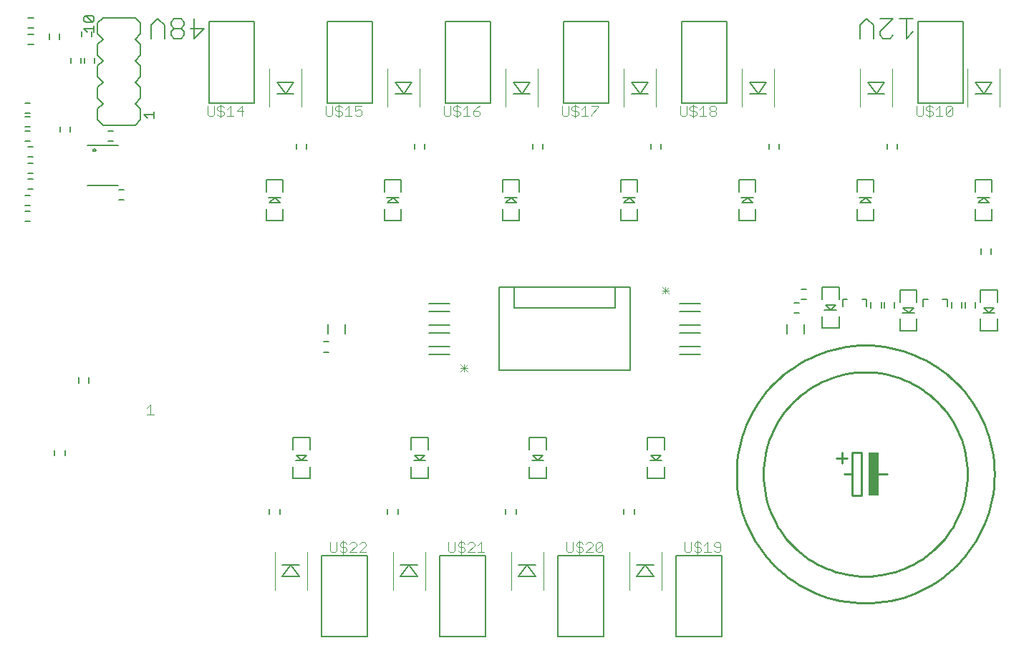
<source format=gto>
G75*
G70*
%OFA0B0*%
%FSLAX24Y24*%
%IPPOS*%
%LPD*%
%AMOC8*
5,1,8,0,0,1.08239X$1,22.5*
%
%ADD10C,0.0080*%
%ADD11C,0.0060*%
%ADD12C,0.0040*%
%ADD13C,0.0030*%
%ADD14C,0.0100*%
%ADD15R,0.0500X0.2000*%
%ADD16C,0.0050*%
D10*
X015036Y003677D02*
X015824Y003677D01*
X015430Y004217D01*
X015036Y003677D01*
X015036Y004217D02*
X015824Y004217D01*
X016867Y004649D02*
X016867Y000869D01*
X018993Y000869D01*
X018993Y004649D01*
X016867Y004649D01*
X020536Y004217D02*
X021324Y004217D01*
X020930Y004217D02*
X021324Y003677D01*
X020536Y003677D01*
X020930Y004217D01*
X022367Y004649D02*
X022367Y000869D01*
X024493Y000869D01*
X024493Y004649D01*
X022367Y004649D01*
X026036Y004217D02*
X026824Y004217D01*
X026430Y004217D02*
X026824Y003677D01*
X026036Y003677D01*
X026430Y004217D01*
X027867Y004649D02*
X027867Y000869D01*
X029993Y000869D01*
X029993Y004649D01*
X027867Y004649D01*
X031536Y004217D02*
X032324Y004217D01*
X031930Y004217D02*
X031536Y003677D01*
X032324Y003677D01*
X031930Y004217D01*
X033367Y004649D02*
X033367Y000869D01*
X035493Y000869D01*
X035493Y004649D01*
X033367Y004649D01*
X032824Y008235D02*
X032036Y008235D01*
X032036Y008786D01*
X032154Y009062D02*
X032430Y009062D01*
X032194Y009298D01*
X032666Y009298D01*
X032430Y009062D01*
X032706Y009062D01*
X032824Y008786D02*
X032824Y008235D01*
X032824Y009574D02*
X032824Y010125D01*
X032036Y010125D01*
X032036Y009574D01*
X027324Y009574D02*
X027324Y010125D01*
X026536Y010125D01*
X026536Y009574D01*
X026694Y009298D02*
X026930Y009062D01*
X027166Y009298D01*
X026694Y009298D01*
X026654Y009062D02*
X026930Y009062D01*
X027206Y009062D01*
X027324Y008786D02*
X027324Y008235D01*
X026536Y008235D01*
X026536Y008786D01*
X021824Y008786D02*
X021824Y008235D01*
X021036Y008235D01*
X021036Y008786D01*
X021154Y009062D02*
X021430Y009062D01*
X021194Y009298D01*
X021666Y009298D01*
X021430Y009062D01*
X021706Y009062D01*
X021824Y009574D02*
X021824Y010125D01*
X021036Y010125D01*
X021036Y009574D01*
X016324Y009574D02*
X016324Y010125D01*
X015536Y010125D01*
X015536Y009574D01*
X015694Y009298D02*
X015930Y009062D01*
X016166Y009298D01*
X015694Y009298D01*
X015654Y009062D02*
X015930Y009062D01*
X016206Y009062D01*
X016324Y008786D02*
X016324Y008235D01*
X015536Y008235D01*
X015536Y008786D01*
X025131Y013280D02*
X031239Y013280D01*
X031239Y017129D01*
X030530Y017129D01*
X030530Y016174D01*
X025839Y016174D01*
X025839Y017129D01*
X025131Y017129D01*
X025131Y013280D01*
X025839Y017129D02*
X030530Y017129D01*
X030786Y020235D02*
X031574Y020235D01*
X031574Y020786D01*
X031416Y021062D02*
X031180Y021298D01*
X030944Y021062D01*
X031416Y021062D01*
X031456Y021298D02*
X031180Y021298D01*
X030904Y021298D01*
X030786Y021574D02*
X030786Y022125D01*
X031574Y022125D01*
X031574Y021574D01*
X030786Y020786D02*
X030786Y020235D01*
X026074Y020235D02*
X026074Y020786D01*
X025916Y021062D02*
X025444Y021062D01*
X025680Y021298D01*
X025916Y021062D01*
X025956Y021298D02*
X025680Y021298D01*
X025404Y021298D01*
X025286Y021574D02*
X025286Y022125D01*
X026074Y022125D01*
X026074Y021574D01*
X025286Y020786D02*
X025286Y020235D01*
X026074Y020235D01*
X020574Y020235D02*
X020574Y020786D01*
X020416Y021062D02*
X019944Y021062D01*
X020180Y021298D01*
X020416Y021062D01*
X020456Y021298D02*
X020180Y021298D01*
X019904Y021298D01*
X019786Y021574D02*
X019786Y022125D01*
X020574Y022125D01*
X020574Y021574D01*
X019786Y020786D02*
X019786Y020235D01*
X020574Y020235D01*
X015074Y020235D02*
X015074Y020786D01*
X014916Y021062D02*
X014444Y021062D01*
X014680Y021298D01*
X014916Y021062D01*
X014956Y021298D02*
X014680Y021298D01*
X014404Y021298D01*
X014286Y021574D02*
X014286Y022125D01*
X015074Y022125D01*
X015074Y021574D01*
X014286Y020786D02*
X014286Y020235D01*
X015074Y020235D01*
X017161Y015397D02*
X017161Y014963D01*
X017949Y014963D02*
X017949Y015397D01*
X006233Y023515D02*
X006235Y023530D01*
X006241Y023543D01*
X006250Y023555D01*
X006261Y023564D01*
X006275Y023570D01*
X006290Y023572D01*
X006305Y023570D01*
X006318Y023564D01*
X006330Y023555D01*
X006339Y023544D01*
X006345Y023530D01*
X006347Y023515D01*
X006345Y023500D01*
X006339Y023487D01*
X006330Y023475D01*
X006319Y023466D01*
X006305Y023460D01*
X006290Y023458D01*
X006275Y023460D01*
X006262Y023466D01*
X006250Y023475D01*
X006241Y023486D01*
X006235Y023500D01*
X006233Y023515D01*
X011617Y025711D02*
X013743Y025711D01*
X013743Y029491D01*
X011617Y029491D01*
X011617Y025711D01*
X014786Y026143D02*
X015574Y026143D01*
X015180Y026143D02*
X014786Y026683D01*
X015574Y026683D01*
X015180Y026143D01*
X017117Y025711D02*
X019243Y025711D01*
X019243Y029491D01*
X017117Y029491D01*
X017117Y025711D01*
X020286Y026143D02*
X021074Y026143D01*
X020680Y026143D02*
X021074Y026683D01*
X020286Y026683D01*
X020680Y026143D01*
X022617Y025711D02*
X024743Y025711D01*
X024743Y029491D01*
X022617Y029491D01*
X022617Y025711D01*
X025786Y026143D02*
X026574Y026143D01*
X026180Y026143D02*
X026574Y026683D01*
X025786Y026683D01*
X026180Y026143D01*
X028117Y025711D02*
X030243Y025711D01*
X030243Y029491D01*
X028117Y029491D01*
X028117Y025711D01*
X031286Y026143D02*
X032074Y026143D01*
X031680Y026143D02*
X032074Y026683D01*
X031286Y026683D01*
X031680Y026143D01*
X033617Y025711D02*
X035743Y025711D01*
X035743Y029491D01*
X033617Y029491D01*
X033617Y025711D01*
X036786Y026143D02*
X037574Y026143D01*
X037180Y026143D02*
X037574Y026683D01*
X036786Y026683D01*
X037180Y026143D01*
X042286Y026143D02*
X043074Y026143D01*
X042680Y026143D02*
X043074Y026683D01*
X042286Y026683D01*
X042680Y026143D01*
X044617Y025711D02*
X046743Y025711D01*
X046743Y029491D01*
X044617Y029491D01*
X044617Y025711D01*
X047286Y026143D02*
X048074Y026143D01*
X047680Y026143D02*
X047286Y026683D01*
X048074Y026683D01*
X047680Y026143D01*
X044390Y029026D02*
X044083Y028719D01*
X044083Y029640D01*
X044390Y029640D02*
X043776Y029640D01*
X043469Y029640D02*
X042855Y029026D01*
X042855Y028873D01*
X043009Y028719D01*
X043316Y028719D01*
X043469Y028873D01*
X043469Y029640D02*
X042855Y029640D01*
X042548Y029333D02*
X042241Y029640D01*
X041935Y029333D01*
X041935Y028719D01*
X042548Y028719D02*
X042548Y029333D01*
X042574Y022125D02*
X041786Y022125D01*
X041786Y021574D01*
X041904Y021298D02*
X042180Y021298D01*
X042416Y021062D01*
X041944Y021062D01*
X042180Y021298D01*
X042456Y021298D01*
X042574Y021574D02*
X042574Y022125D01*
X042574Y020786D02*
X042574Y020235D01*
X041786Y020235D01*
X041786Y020786D01*
X037074Y020786D02*
X037074Y020235D01*
X036286Y020235D01*
X036286Y020786D01*
X036444Y021062D02*
X036916Y021062D01*
X036680Y021298D01*
X036444Y021062D01*
X036404Y021298D02*
X036680Y021298D01*
X036956Y021298D01*
X037074Y021574D02*
X037074Y022125D01*
X036286Y022125D01*
X036286Y021574D01*
X040161Y017125D02*
X040161Y016574D01*
X040319Y016298D02*
X040555Y016062D01*
X040791Y016298D01*
X040319Y016298D01*
X040279Y016062D02*
X040555Y016062D01*
X040831Y016062D01*
X040949Y015786D02*
X040949Y015235D01*
X040161Y015235D01*
X040161Y015786D01*
X039324Y015397D02*
X039324Y014963D01*
X038536Y014963D02*
X038536Y015397D01*
X040949Y016574D02*
X040949Y017125D01*
X040161Y017125D01*
X043786Y017000D02*
X043786Y016449D01*
X043944Y016173D02*
X044180Y015937D01*
X044416Y016173D01*
X043944Y016173D01*
X043904Y015937D02*
X044180Y015937D01*
X044456Y015937D01*
X044574Y015661D02*
X044574Y015110D01*
X043786Y015110D01*
X043786Y015661D01*
X044574Y016449D02*
X044574Y017000D01*
X043786Y017000D01*
X047536Y017000D02*
X047536Y016449D01*
X047694Y016173D02*
X047930Y015937D01*
X048166Y016173D01*
X047694Y016173D01*
X047654Y015937D02*
X047930Y015937D01*
X048206Y015937D01*
X048324Y015661D02*
X048324Y015110D01*
X047536Y015110D01*
X047536Y015661D01*
X048324Y016449D02*
X048324Y017000D01*
X047536Y017000D01*
X047286Y020235D02*
X048074Y020235D01*
X048074Y020786D01*
X047916Y021062D02*
X047444Y021062D01*
X047680Y021298D01*
X047916Y021062D01*
X047956Y021298D02*
X047680Y021298D01*
X047404Y021298D01*
X047286Y021574D02*
X047286Y022125D01*
X048074Y022125D01*
X048074Y021574D01*
X047286Y020786D02*
X047286Y020235D01*
X011390Y029180D02*
X010776Y029180D01*
X010469Y029333D02*
X010316Y029180D01*
X010009Y029180D01*
X009855Y029333D01*
X009855Y029487D01*
X010009Y029640D01*
X010316Y029640D01*
X010469Y029487D01*
X010469Y029333D01*
X010316Y029180D02*
X010469Y029026D01*
X010469Y028873D01*
X010316Y028719D01*
X010009Y028719D01*
X009855Y028873D01*
X009855Y029026D01*
X010009Y029180D01*
X009548Y029333D02*
X009241Y029640D01*
X008935Y029333D01*
X008935Y028719D01*
X009548Y028719D02*
X009548Y029333D01*
X010930Y029640D02*
X010930Y028719D01*
X011390Y029180D01*
D11*
X008430Y028930D02*
X008180Y028680D01*
X008430Y028430D01*
X008430Y027930D01*
X008180Y027680D01*
X008430Y027430D01*
X008430Y026930D01*
X008180Y026680D01*
X008430Y026430D01*
X008430Y025930D01*
X008180Y025680D01*
X008430Y025430D01*
X008430Y024930D01*
X008180Y024680D01*
X006680Y024680D01*
X006430Y024930D01*
X006430Y025430D01*
X006680Y025680D01*
X006430Y025930D01*
X006430Y026430D01*
X006680Y026680D01*
X006430Y026930D01*
X006430Y027430D01*
X006680Y027680D01*
X006430Y027930D01*
X006430Y028430D01*
X006680Y028680D01*
X006430Y028930D01*
X006430Y029430D01*
X006680Y029680D01*
X008180Y029680D01*
X008430Y029430D01*
X008430Y028930D01*
X006166Y029048D02*
X006166Y028812D01*
X005694Y028812D02*
X005694Y029048D01*
X004666Y028923D02*
X004666Y028687D01*
X004194Y028687D02*
X004194Y028923D01*
X003448Y028916D02*
X003212Y028916D01*
X003212Y029194D02*
X003448Y029194D01*
X003448Y029666D02*
X003212Y029666D01*
X003212Y028444D02*
X003448Y028444D01*
X005194Y027798D02*
X005194Y027562D01*
X005666Y027562D02*
X005666Y027798D01*
X005819Y027798D02*
X005819Y027562D01*
X006291Y027562D02*
X006291Y027798D01*
X003298Y025716D02*
X003062Y025716D01*
X003062Y025244D02*
X003298Y025244D01*
X003298Y025066D02*
X003062Y025066D01*
X003062Y024594D02*
X003298Y024594D01*
X003298Y024416D02*
X003062Y024416D01*
X003062Y023944D02*
X003298Y023944D01*
X003187Y023666D02*
X003423Y023666D01*
X003423Y023194D02*
X003187Y023194D01*
X003187Y022916D02*
X003423Y022916D01*
X003423Y022444D02*
X003187Y022444D01*
X003187Y022166D02*
X003423Y022166D01*
X003423Y021694D02*
X003187Y021694D01*
X003298Y021416D02*
X003062Y021416D01*
X003062Y020944D02*
X003298Y020944D01*
X003298Y020666D02*
X003062Y020666D01*
X003062Y020194D02*
X003298Y020194D01*
X005970Y021875D02*
X007390Y021875D01*
X007437Y021666D02*
X007673Y021666D01*
X007673Y021194D02*
X007437Y021194D01*
X007390Y023735D02*
X005970Y023735D01*
X006937Y023944D02*
X007173Y023944D01*
X007173Y024416D02*
X006937Y024416D01*
X005166Y024362D02*
X005166Y024598D01*
X004694Y024598D02*
X004694Y024362D01*
X015694Y023798D02*
X015694Y023562D01*
X016166Y023562D02*
X016166Y023798D01*
X021194Y023798D02*
X021194Y023562D01*
X021666Y023562D02*
X021666Y023798D01*
X026694Y023798D02*
X026694Y023562D01*
X027166Y023562D02*
X027166Y023798D01*
X032194Y023798D02*
X032194Y023562D01*
X032666Y023562D02*
X032666Y023798D01*
X037694Y023798D02*
X037694Y023562D01*
X038166Y023562D02*
X038166Y023798D01*
X043194Y023798D02*
X043194Y023562D01*
X043666Y023562D02*
X043666Y023798D01*
X047569Y018923D02*
X047569Y018687D01*
X048041Y018687D02*
X048041Y018923D01*
X047291Y016423D02*
X047291Y016187D01*
X046819Y016187D02*
X046819Y016423D01*
X046666Y016423D02*
X046666Y016187D01*
X046194Y016187D02*
X046194Y016423D01*
X045990Y016565D02*
X045770Y016565D01*
X045990Y016565D02*
X045990Y016245D01*
X045090Y016565D02*
X044870Y016565D01*
X044870Y016245D01*
X043541Y016187D02*
X043541Y016423D01*
X043069Y016423D02*
X043069Y016187D01*
X042916Y016187D02*
X042916Y016423D01*
X042444Y016423D02*
X042444Y016187D01*
X042240Y016245D02*
X042240Y016565D01*
X042020Y016565D01*
X041340Y016565D02*
X041120Y016565D01*
X041120Y016245D01*
X039423Y016569D02*
X039187Y016569D01*
X039098Y016416D02*
X038862Y016416D01*
X038862Y015944D02*
X039098Y015944D01*
X039187Y017041D02*
X039423Y017041D01*
X034490Y016370D02*
X033540Y016370D01*
X033540Y015990D02*
X034490Y015990D01*
X034490Y015370D02*
X033540Y015370D01*
X033540Y014990D02*
X034490Y014990D01*
X034490Y014370D02*
X033540Y014370D01*
X033540Y013990D02*
X034490Y013990D01*
X031416Y006798D02*
X031416Y006562D01*
X030944Y006562D02*
X030944Y006798D01*
X025916Y006798D02*
X025916Y006562D01*
X025444Y006562D02*
X025444Y006798D01*
X020416Y006798D02*
X020416Y006562D01*
X019944Y006562D02*
X019944Y006798D01*
X014916Y006798D02*
X014916Y006562D01*
X014444Y006562D02*
X014444Y006798D01*
X006041Y012687D02*
X006041Y012923D01*
X005569Y012923D02*
X005569Y012687D01*
X004916Y009548D02*
X004916Y009312D01*
X004444Y009312D02*
X004444Y009548D01*
X016962Y014119D02*
X017198Y014119D01*
X017198Y014591D02*
X016962Y014591D01*
X021870Y014370D02*
X022820Y014370D01*
X022820Y013990D02*
X021870Y013990D01*
X021870Y014990D02*
X022820Y014990D01*
X022820Y015370D02*
X021870Y015370D01*
X021870Y015990D02*
X022820Y015990D01*
X022820Y016370D02*
X021870Y016370D01*
D12*
X014680Y004820D02*
X014680Y003040D01*
X016180Y003040D02*
X016180Y004820D01*
X017258Y004871D02*
X017335Y004794D01*
X017488Y004794D01*
X017565Y004871D01*
X017565Y005255D01*
X017718Y005178D02*
X017795Y005255D01*
X017949Y005255D01*
X018025Y005178D01*
X018179Y005178D02*
X018256Y005255D01*
X018409Y005255D01*
X018486Y005178D01*
X018486Y005101D01*
X018179Y004794D01*
X018486Y004794D01*
X018639Y004794D02*
X018946Y005101D01*
X018946Y005178D01*
X018869Y005255D01*
X018716Y005255D01*
X018639Y005178D01*
X018025Y004948D02*
X017949Y005025D01*
X017795Y005025D01*
X017718Y005101D01*
X017718Y005178D01*
X017872Y005332D02*
X017872Y004718D01*
X017949Y004794D02*
X018025Y004871D01*
X018025Y004948D01*
X017949Y004794D02*
X017795Y004794D01*
X017718Y004871D01*
X017258Y004871D02*
X017258Y005255D01*
X018639Y004794D02*
X018946Y004794D01*
X020180Y004820D02*
X020180Y003040D01*
X021680Y003040D02*
X021680Y004820D01*
X022758Y004871D02*
X022758Y005255D01*
X023065Y005255D02*
X023065Y004871D01*
X022988Y004794D01*
X022835Y004794D01*
X022758Y004871D01*
X023218Y004871D02*
X023295Y004794D01*
X023449Y004794D01*
X023525Y004871D01*
X023525Y004948D01*
X023449Y005025D01*
X023295Y005025D01*
X023218Y005101D01*
X023218Y005178D01*
X023295Y005255D01*
X023449Y005255D01*
X023525Y005178D01*
X023679Y005178D02*
X023756Y005255D01*
X023909Y005255D01*
X023986Y005178D01*
X023986Y005101D01*
X023679Y004794D01*
X023986Y004794D01*
X024139Y004794D02*
X024446Y004794D01*
X024293Y004794D02*
X024293Y005255D01*
X024139Y005101D01*
X023372Y005332D02*
X023372Y004718D01*
X025680Y004820D02*
X025680Y003040D01*
X027180Y003040D02*
X027180Y004820D01*
X028258Y004871D02*
X028258Y005255D01*
X028565Y005255D02*
X028565Y004871D01*
X028488Y004794D01*
X028335Y004794D01*
X028258Y004871D01*
X028718Y004871D02*
X028795Y004794D01*
X028949Y004794D01*
X029025Y004871D01*
X029025Y004948D01*
X028949Y005025D01*
X028795Y005025D01*
X028718Y005101D01*
X028718Y005178D01*
X028795Y005255D01*
X028949Y005255D01*
X029025Y005178D01*
X029179Y005178D02*
X029256Y005255D01*
X029409Y005255D01*
X029486Y005178D01*
X029486Y005101D01*
X029179Y004794D01*
X029486Y004794D01*
X029639Y004871D02*
X029946Y005178D01*
X029946Y004871D01*
X029869Y004794D01*
X029716Y004794D01*
X029639Y004871D01*
X029639Y005178D01*
X029716Y005255D01*
X029869Y005255D01*
X029946Y005178D01*
X028872Y005332D02*
X028872Y004718D01*
X031180Y004820D02*
X031180Y003040D01*
X032680Y003040D02*
X032680Y004820D01*
X033758Y004871D02*
X033758Y005255D01*
X034065Y005255D02*
X034065Y004871D01*
X033988Y004794D01*
X033835Y004794D01*
X033758Y004871D01*
X034218Y004871D02*
X034295Y004794D01*
X034449Y004794D01*
X034525Y004871D01*
X034525Y004948D01*
X034449Y005025D01*
X034295Y005025D01*
X034218Y005101D01*
X034218Y005178D01*
X034295Y005255D01*
X034449Y005255D01*
X034525Y005178D01*
X034679Y005101D02*
X034832Y005255D01*
X034832Y004794D01*
X034679Y004794D02*
X034986Y004794D01*
X035139Y004871D02*
X035216Y004794D01*
X035369Y004794D01*
X035446Y004871D01*
X035446Y005178D01*
X035369Y005255D01*
X035216Y005255D01*
X035139Y005178D01*
X035139Y005101D01*
X035216Y005025D01*
X035446Y005025D01*
X034372Y005332D02*
X034372Y004718D01*
X009047Y011200D02*
X008740Y011200D01*
X008893Y011200D02*
X008893Y011660D01*
X008740Y011507D01*
X011627Y025106D02*
X011781Y025106D01*
X011857Y025182D01*
X011857Y025566D01*
X012011Y025489D02*
X012088Y025566D01*
X012241Y025566D01*
X012318Y025489D01*
X012471Y025412D02*
X012625Y025566D01*
X012625Y025106D01*
X012778Y025106D02*
X012471Y025106D01*
X012318Y025182D02*
X012318Y025259D01*
X012241Y025336D01*
X012088Y025336D01*
X012011Y025412D01*
X012011Y025489D01*
X012164Y025643D02*
X012164Y025029D01*
X012088Y025106D02*
X012241Y025106D01*
X012318Y025182D01*
X012088Y025106D02*
X012011Y025182D01*
X011627Y025106D02*
X011550Y025182D01*
X011550Y025566D01*
X012932Y025336D02*
X013238Y025336D01*
X013162Y025566D02*
X012932Y025336D01*
X013162Y025106D02*
X013162Y025566D01*
X014430Y025540D02*
X014430Y027320D01*
X015930Y027320D02*
X015930Y025540D01*
X017050Y025566D02*
X017050Y025182D01*
X017127Y025106D01*
X017281Y025106D01*
X017357Y025182D01*
X017357Y025566D01*
X017511Y025489D02*
X017588Y025566D01*
X017741Y025566D01*
X017818Y025489D01*
X017971Y025412D02*
X018125Y025566D01*
X018125Y025106D01*
X018278Y025106D02*
X017971Y025106D01*
X017818Y025182D02*
X017818Y025259D01*
X017741Y025336D01*
X017588Y025336D01*
X017511Y025412D01*
X017511Y025489D01*
X017664Y025643D02*
X017664Y025029D01*
X017588Y025106D02*
X017741Y025106D01*
X017818Y025182D01*
X017588Y025106D02*
X017511Y025182D01*
X018432Y025182D02*
X018508Y025106D01*
X018662Y025106D01*
X018738Y025182D01*
X018738Y025336D01*
X018662Y025412D01*
X018585Y025412D01*
X018432Y025336D01*
X018432Y025566D01*
X018738Y025566D01*
X019930Y025540D02*
X019930Y027320D01*
X021430Y027320D02*
X021430Y025540D01*
X022550Y025566D02*
X022550Y025182D01*
X022627Y025106D01*
X022781Y025106D01*
X022857Y025182D01*
X022857Y025566D01*
X023011Y025489D02*
X023088Y025566D01*
X023241Y025566D01*
X023318Y025489D01*
X023471Y025412D02*
X023625Y025566D01*
X023625Y025106D01*
X023778Y025106D02*
X023471Y025106D01*
X023318Y025182D02*
X023318Y025259D01*
X023241Y025336D01*
X023088Y025336D01*
X023011Y025412D01*
X023011Y025489D01*
X023164Y025643D02*
X023164Y025029D01*
X023088Y025106D02*
X023241Y025106D01*
X023318Y025182D01*
X023088Y025106D02*
X023011Y025182D01*
X023932Y025182D02*
X024008Y025106D01*
X024162Y025106D01*
X024238Y025182D01*
X024238Y025259D01*
X024162Y025336D01*
X023932Y025336D01*
X023932Y025182D01*
X023932Y025336D02*
X024085Y025489D01*
X024238Y025566D01*
X025430Y025540D02*
X025430Y027320D01*
X026930Y027320D02*
X026930Y025540D01*
X028050Y025566D02*
X028050Y025182D01*
X028127Y025106D01*
X028281Y025106D01*
X028357Y025182D01*
X028357Y025566D01*
X028511Y025489D02*
X028588Y025566D01*
X028741Y025566D01*
X028818Y025489D01*
X028971Y025412D02*
X029125Y025566D01*
X029125Y025106D01*
X029278Y025106D02*
X028971Y025106D01*
X028818Y025182D02*
X028818Y025259D01*
X028741Y025336D01*
X028588Y025336D01*
X028511Y025412D01*
X028511Y025489D01*
X028664Y025643D02*
X028664Y025029D01*
X028588Y025106D02*
X028741Y025106D01*
X028818Y025182D01*
X028588Y025106D02*
X028511Y025182D01*
X029432Y025182D02*
X029432Y025106D01*
X029432Y025182D02*
X029738Y025489D01*
X029738Y025566D01*
X029432Y025566D01*
X030930Y025540D02*
X030930Y027320D01*
X032430Y027320D02*
X032430Y025540D01*
X033550Y025566D02*
X033550Y025182D01*
X033627Y025106D01*
X033781Y025106D01*
X033857Y025182D01*
X033857Y025566D01*
X034011Y025489D02*
X034088Y025566D01*
X034241Y025566D01*
X034318Y025489D01*
X034471Y025412D02*
X034625Y025566D01*
X034625Y025106D01*
X034778Y025106D02*
X034471Y025106D01*
X034318Y025182D02*
X034318Y025259D01*
X034241Y025336D01*
X034088Y025336D01*
X034011Y025412D01*
X034011Y025489D01*
X034164Y025643D02*
X034164Y025029D01*
X034088Y025106D02*
X034241Y025106D01*
X034318Y025182D01*
X034088Y025106D02*
X034011Y025182D01*
X034932Y025182D02*
X034932Y025259D01*
X035008Y025336D01*
X035162Y025336D01*
X035238Y025259D01*
X035238Y025182D01*
X035162Y025106D01*
X035008Y025106D01*
X034932Y025182D01*
X035008Y025336D02*
X034932Y025412D01*
X034932Y025489D01*
X035008Y025566D01*
X035162Y025566D01*
X035238Y025489D01*
X035238Y025412D01*
X035162Y025336D01*
X036430Y025540D02*
X036430Y027320D01*
X037930Y027320D02*
X037930Y025540D01*
X041930Y025540D02*
X041930Y027320D01*
X043430Y027320D02*
X043430Y025540D01*
X044550Y025566D02*
X044550Y025182D01*
X044627Y025106D01*
X044781Y025106D01*
X044857Y025182D01*
X044857Y025566D01*
X045011Y025489D02*
X045088Y025566D01*
X045241Y025566D01*
X045318Y025489D01*
X045471Y025412D02*
X045625Y025566D01*
X045625Y025106D01*
X045778Y025106D02*
X045471Y025106D01*
X045318Y025182D02*
X045318Y025259D01*
X045241Y025336D01*
X045088Y025336D01*
X045011Y025412D01*
X045011Y025489D01*
X045164Y025643D02*
X045164Y025029D01*
X045088Y025106D02*
X045241Y025106D01*
X045318Y025182D01*
X045088Y025106D02*
X045011Y025182D01*
X045932Y025182D02*
X046238Y025489D01*
X046238Y025182D01*
X046162Y025106D01*
X046008Y025106D01*
X045932Y025182D01*
X045932Y025489D01*
X046008Y025566D01*
X046162Y025566D01*
X046238Y025489D01*
X046930Y025540D02*
X046930Y027320D01*
X048430Y027320D02*
X048430Y025540D01*
D13*
X033027Y017145D02*
X032713Y016831D01*
X032713Y016988D02*
X033027Y016988D01*
X033027Y016831D02*
X032713Y017145D01*
X032870Y017145D02*
X032870Y016831D01*
X023647Y013529D02*
X023333Y013215D01*
X023490Y013215D02*
X023490Y013529D01*
X023333Y013529D02*
X023647Y013215D01*
X023647Y013372D02*
X023333Y013372D01*
D14*
X040830Y009180D02*
X041330Y009180D01*
X041560Y009430D02*
X042010Y009430D01*
X042010Y007430D01*
X041560Y007430D01*
X041560Y008430D01*
X041560Y009430D01*
X041080Y009430D02*
X041080Y008930D01*
X041180Y008430D02*
X041560Y008430D01*
X037430Y008430D02*
X037436Y008663D01*
X037453Y008896D01*
X037481Y009127D01*
X037521Y009357D01*
X037572Y009584D01*
X037635Y009809D01*
X037708Y010030D01*
X037792Y010248D01*
X037886Y010461D01*
X037991Y010669D01*
X038106Y010872D01*
X038231Y011069D01*
X038365Y011260D01*
X038508Y011443D01*
X038660Y011620D01*
X038821Y011789D01*
X038990Y011950D01*
X039167Y012102D01*
X039350Y012245D01*
X039541Y012379D01*
X039738Y012504D01*
X039941Y012619D01*
X040149Y012724D01*
X040362Y012818D01*
X040580Y012902D01*
X040801Y012975D01*
X041026Y013038D01*
X041253Y013089D01*
X041483Y013129D01*
X041714Y013157D01*
X041947Y013174D01*
X042180Y013180D01*
X042413Y013174D01*
X042646Y013157D01*
X042877Y013129D01*
X043107Y013089D01*
X043334Y013038D01*
X043559Y012975D01*
X043780Y012902D01*
X043998Y012818D01*
X044211Y012724D01*
X044419Y012619D01*
X044622Y012504D01*
X044819Y012379D01*
X045010Y012245D01*
X045193Y012102D01*
X045370Y011950D01*
X045539Y011789D01*
X045700Y011620D01*
X045852Y011443D01*
X045995Y011260D01*
X046129Y011069D01*
X046254Y010872D01*
X046369Y010669D01*
X046474Y010461D01*
X046568Y010248D01*
X046652Y010030D01*
X046725Y009809D01*
X046788Y009584D01*
X046839Y009357D01*
X046879Y009127D01*
X046907Y008896D01*
X046924Y008663D01*
X046930Y008430D01*
X046924Y008197D01*
X046907Y007964D01*
X046879Y007733D01*
X046839Y007503D01*
X046788Y007276D01*
X046725Y007051D01*
X046652Y006830D01*
X046568Y006612D01*
X046474Y006399D01*
X046369Y006191D01*
X046254Y005988D01*
X046129Y005791D01*
X045995Y005600D01*
X045852Y005417D01*
X045700Y005240D01*
X045539Y005071D01*
X045370Y004910D01*
X045193Y004758D01*
X045010Y004615D01*
X044819Y004481D01*
X044622Y004356D01*
X044419Y004241D01*
X044211Y004136D01*
X043998Y004042D01*
X043780Y003958D01*
X043559Y003885D01*
X043334Y003822D01*
X043107Y003771D01*
X042877Y003731D01*
X042646Y003703D01*
X042413Y003686D01*
X042180Y003680D01*
X041947Y003686D01*
X041714Y003703D01*
X041483Y003731D01*
X041253Y003771D01*
X041026Y003822D01*
X040801Y003885D01*
X040580Y003958D01*
X040362Y004042D01*
X040149Y004136D01*
X039941Y004241D01*
X039738Y004356D01*
X039541Y004481D01*
X039350Y004615D01*
X039167Y004758D01*
X038990Y004910D01*
X038821Y005071D01*
X038660Y005240D01*
X038508Y005417D01*
X038365Y005600D01*
X038231Y005791D01*
X038106Y005988D01*
X037991Y006191D01*
X037886Y006399D01*
X037792Y006612D01*
X037708Y006830D01*
X037635Y007051D01*
X037572Y007276D01*
X037521Y007503D01*
X037481Y007733D01*
X037453Y007964D01*
X037436Y008197D01*
X037430Y008430D01*
X036180Y008430D02*
X036187Y008724D01*
X036209Y009018D01*
X036245Y009310D01*
X036295Y009601D01*
X036360Y009888D01*
X036438Y010172D01*
X036531Y010451D01*
X036637Y010726D01*
X036756Y010995D01*
X036888Y011258D01*
X037034Y011515D01*
X037191Y011763D01*
X037361Y012004D01*
X037542Y012236D01*
X037734Y012459D01*
X037937Y012673D01*
X038151Y012876D01*
X038374Y013068D01*
X038606Y013249D01*
X038847Y013419D01*
X039095Y013576D01*
X039352Y013722D01*
X039615Y013854D01*
X039884Y013973D01*
X040159Y014079D01*
X040438Y014172D01*
X040722Y014250D01*
X041009Y014315D01*
X041300Y014365D01*
X041592Y014401D01*
X041886Y014423D01*
X042180Y014430D01*
X042474Y014423D01*
X042768Y014401D01*
X043060Y014365D01*
X043351Y014315D01*
X043638Y014250D01*
X043922Y014172D01*
X044201Y014079D01*
X044476Y013973D01*
X044745Y013854D01*
X045008Y013722D01*
X045265Y013576D01*
X045513Y013419D01*
X045754Y013249D01*
X045986Y013068D01*
X046209Y012876D01*
X046423Y012673D01*
X046626Y012459D01*
X046818Y012236D01*
X046999Y012004D01*
X047169Y011763D01*
X047326Y011515D01*
X047472Y011258D01*
X047604Y010995D01*
X047723Y010726D01*
X047829Y010451D01*
X047922Y010172D01*
X048000Y009888D01*
X048065Y009601D01*
X048115Y009310D01*
X048151Y009018D01*
X048173Y008724D01*
X048180Y008430D01*
X048173Y008136D01*
X048151Y007842D01*
X048115Y007550D01*
X048065Y007259D01*
X048000Y006972D01*
X047922Y006688D01*
X047829Y006409D01*
X047723Y006134D01*
X047604Y005865D01*
X047472Y005602D01*
X047326Y005345D01*
X047169Y005097D01*
X046999Y004856D01*
X046818Y004624D01*
X046626Y004401D01*
X046423Y004187D01*
X046209Y003984D01*
X045986Y003792D01*
X045754Y003611D01*
X045513Y003441D01*
X045265Y003284D01*
X045008Y003138D01*
X044745Y003006D01*
X044476Y002887D01*
X044201Y002781D01*
X043922Y002688D01*
X043638Y002610D01*
X043351Y002545D01*
X043060Y002495D01*
X042768Y002459D01*
X042474Y002437D01*
X042180Y002430D01*
X041886Y002437D01*
X041592Y002459D01*
X041300Y002495D01*
X041009Y002545D01*
X040722Y002610D01*
X040438Y002688D01*
X040159Y002781D01*
X039884Y002887D01*
X039615Y003006D01*
X039352Y003138D01*
X039095Y003284D01*
X038847Y003441D01*
X038606Y003611D01*
X038374Y003792D01*
X038151Y003984D01*
X037937Y004187D01*
X037734Y004401D01*
X037542Y004624D01*
X037361Y004856D01*
X037191Y005097D01*
X037034Y005345D01*
X036888Y005602D01*
X036756Y005865D01*
X036637Y006134D01*
X036531Y006409D01*
X036438Y006688D01*
X036360Y006972D01*
X036295Y007259D01*
X036245Y007550D01*
X036209Y007842D01*
X036187Y008136D01*
X036180Y008430D01*
X042430Y008430D02*
X043180Y008430D01*
D15*
X042560Y008430D03*
D16*
X009055Y025005D02*
X009055Y025305D01*
X009055Y025155D02*
X008605Y025155D01*
X008755Y025005D01*
X006255Y029005D02*
X006255Y029305D01*
X006255Y029155D02*
X005805Y029155D01*
X005955Y029005D01*
X005880Y029465D02*
X005805Y029540D01*
X005805Y029691D01*
X005880Y029766D01*
X006180Y029465D01*
X006255Y029540D01*
X006255Y029691D01*
X006180Y029766D01*
X005880Y029766D01*
X005880Y029465D02*
X006180Y029465D01*
M02*

</source>
